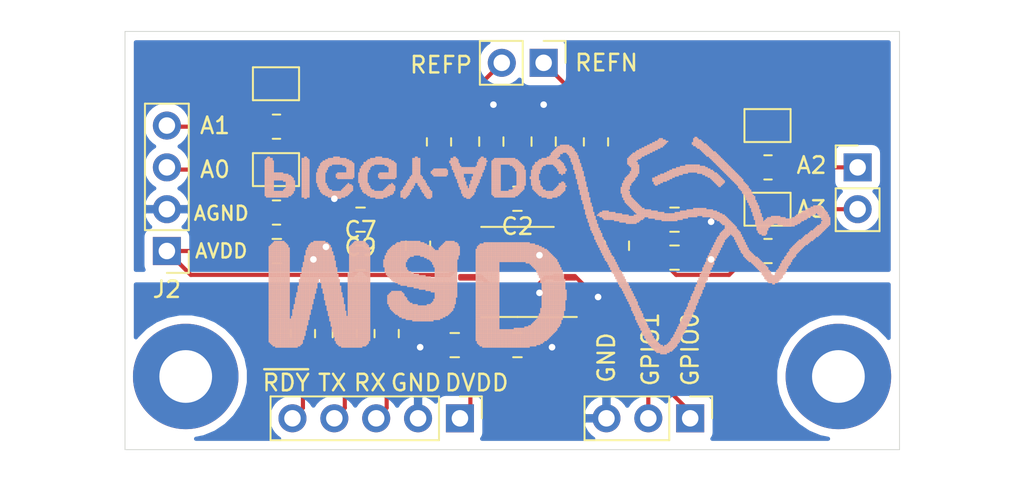
<source format=kicad_pcb>
(kicad_pcb (version 20171130) (host pcbnew "(5.1.9)-1")
  (layers (0 F.Cu signal) (31 B.Cu signal) (34 B.Paste user) (35 F.Paste user) (36 B.SilkS user) (37 F.SilkS user) (38 B.Mask user) (39 F.Mask user) (44 Edge.Cuts user))
  (net 0 "")
  (net 1 VSS)
  (net 2 "Net-(C1-Pad1)")
  (net 3 "Net-(C2-Pad2)")
  (net 4 +3V3)
  (net 5 GND)
  (net 6 AIN0)
  (net 7 AIN1)
  (net 8 AIN2)
  (net 9 AIN3)
  (net 10 "Net-(J1-Pad3)")
  (net 11 "Net-(J1-Pad4)")
  (net 12 "Net-(J1-Pad5)")
  (net 13 A0)
  (net 14 A1)
  (net 15 A2)
  (net 16 A3)
  (net 17 REFN)
  (net 18 REFP)
  (net 19 "Net-(R3-Pad2)")
  (net 20 "Net-(R4-Pad2)")
  (net 21 "Net-(R5-Pad1)")
  (net 22 GPIO1)
  (net 23 GPIO0)
  (net 24 ~RESET)
  (net 25 VDDA)
  (module DS2_Addon:LOGO (layer B.Cu) (at 115.824 94.488)
    (fp_text reference LOGO hide)
    (fp_text value "" (at 0 0) (layer B.SilkS) (effects (font (size 1.27 1.27)) (justify mirror)))
  )
  (module MountingHole:MountingHole_3.2mm_M3_Pad (layer F.Cu) (at 156.313 91.44)
    (fp_text reference REF** hide)
    (fp_text value MountingHole_3.2mm_M3_Pad)
    (pad 1 thru_hole circle (at 0 0) (size 6.4 6.4) (drill 3.2) (layers *.Cu *.Mask))
  )
  (module MountingHole:MountingHole_3.2mm_M3_Pad (layer F.Cu) (at 116.713 91.44)
    (fp_text reference REF** hide)
    (fp_text value MountingHole_3.2mm_M3_Pad)
    (pad 1 thru_hole circle (at 0 0) (size 6.4 6.4) (drill 3.2) (layers *.Cu *.Mask))
  )
  (module Capacitor_SMD:C_0805_2012Metric (layer F.Cu) (at 138.43 77.1725 90)
    (fp_text reference C1 hide)
    (fp_text value X)
    (pad 2 smd roundrect (at 0.95 0 90) (size 1 1.45) (layers F.Cu F.Paste F.Mask) (net 1 VSS))
    (pad 1 smd roundrect (at -0.95 0 90) (size 1 1.45) (layers F.Cu F.Paste F.Mask) (net 2 "Net-(C1-Pad1)"))
  )
  (module Capacitor_SMD:C_0805_2012Metric (layer F.Cu) (at 136.84 80.645 180)
    (fp_text reference C2 (at 0 -1.68) (layer F.SilkS))
    (fp_text value X)
    (pad 1 smd roundrect (at -0.95 0 180) (size 1 1.45) (layers F.Cu F.Paste F.Mask) (net 2 "Net-(C1-Pad1)"))
    (pad 2 smd roundrect (at 0.95 0 180) (size 1 1.45) (layers F.Cu F.Paste F.Mask) (net 3 "Net-(C2-Pad2)"))
  )
  (module Capacitor_SMD:C_0805_2012Metric (layer F.Cu) (at 135.255 77.1725 270)
    (fp_text reference C3 hide)
    (fp_text value X)
    (pad 1 smd roundrect (at -0.95 0 270) (size 1 1.45) (layers F.Cu F.Paste F.Mask) (net 1 VSS))
    (pad 2 smd roundrect (at 0.95 0 270) (size 1 1.45) (layers F.Cu F.Paste F.Mask) (net 3 "Net-(C2-Pad2)"))
  )
  (module Capacitor_SMD:C_0805_2012Metric (layer F.Cu) (at 122.24 83.82)
    (fp_text reference C4 hide)
    (fp_text value 0.1uF)
    (pad 2 smd roundrect (at 0.95 0) (size 1 1.45) (layers F.Cu F.Paste F.Mask) (net 1 VSS))
    (pad 1 smd roundrect (at -0.95 0) (size 1 1.45) (layers F.Cu F.Paste F.Mask) (net 25 VDDA))
  )
  (module Capacitor_SMD:C_0805_2012Metric (layer F.Cu) (at 133.035 89.535 180)
    (fp_text reference C5 hide)
    (fp_text value 0.1uF)
    (pad 2 smd roundrect (at 0.95 0 180) (size 1 1.45) (layers F.Cu F.Paste F.Mask) (net 5 GND))
    (pad 1 smd roundrect (at -0.95 0 180) (size 1 1.45) (layers F.Cu F.Paste F.Mask) (net 4 +3V3))
  )
  (module Capacitor_SMD:C_0805_2012Metric (layer F.Cu) (at 136.84 89.535)
    (fp_text reference C6 hide)
    (fp_text value 0.1uF)
    (pad 1 smd roundrect (at -0.95 0) (size 1 1.45) (layers F.Cu F.Paste F.Mask) (net 4 +3V3))
    (pad 2 smd roundrect (at 0.95 0) (size 1 1.45) (layers F.Cu F.Paste F.Mask) (net 5 GND))
  )
  (module Capacitor_SMD:C_0805_2012Metric (layer F.Cu) (at 127.32 84.22)
    (fp_text reference C7 (at 0 -1.68) (layer F.SilkS))
    (fp_text value X)
    (pad 1 smd roundrect (at -0.95 0) (size 1 1.45) (layers F.Cu F.Paste F.Mask) (net 1 VSS))
    (pad 2 smd roundrect (at 0.95 0) (size 1 1.45) (layers F.Cu F.Paste F.Mask) (net 6 AIN0))
  )
  (module Capacitor_SMD:C_0805_2012Metric (layer F.Cu) (at 130.81 83.5 90)
    (fp_text reference C8 hide)
    (fp_text value X)
    (pad 1 smd roundrect (at -0.95 0 90) (size 1 1.45) (layers F.Cu F.Paste F.Mask) (net 6 AIN0))
    (pad 2 smd roundrect (at 0.95 0 90) (size 1 1.45) (layers F.Cu F.Paste F.Mask) (net 7 AIN1))
  )
  (module Capacitor_SMD:C_0805_2012Metric (layer F.Cu) (at 127.32 81.915 180)
    (fp_text reference C9 (at 0 -1.68) (layer F.SilkS))
    (fp_text value X)
    (pad 2 smd roundrect (at 0.95 0 180) (size 1 1.45) (layers F.Cu F.Paste F.Mask) (net 1 VSS))
    (pad 1 smd roundrect (at -0.95 0 180) (size 1 1.45) (layers F.Cu F.Paste F.Mask) (net 7 AIN1))
  )
  (module Capacitor_SMD:C_0805_2012Metric (layer F.Cu) (at 146.37 81.915 180)
    (fp_text reference C10 hide)
    (fp_text value X)
    (pad 2 smd roundrect (at 0.95 0 180) (size 1 1.45) (layers F.Cu F.Paste F.Mask) (net 8 AIN2))
    (pad 1 smd roundrect (at -0.95 0 180) (size 1 1.45) (layers F.Cu F.Paste F.Mask) (net 1 VSS))
  )
  (module Capacitor_SMD:C_0805_2012Metric (layer F.Cu) (at 142.875 83.5 270)
    (fp_text reference C11 hide)
    (fp_text value X)
    (pad 2 smd roundrect (at 0.95 0 270) (size 1 1.45) (layers F.Cu F.Paste F.Mask) (net 9 AIN3))
    (pad 1 smd roundrect (at -0.95 0 270) (size 1 1.45) (layers F.Cu F.Paste F.Mask) (net 8 AIN2))
  )
  (module Capacitor_SMD:C_0805_2012Metric (layer F.Cu) (at 146.37 84.22)
    (fp_text reference C12 hide)
    (fp_text value X)
    (pad 1 smd roundrect (at -0.95 0) (size 1 1.45) (layers F.Cu F.Paste F.Mask) (net 9 AIN3))
    (pad 2 smd roundrect (at 0.95 0) (size 1 1.45) (layers F.Cu F.Paste F.Mask) (net 1 VSS))
  )
  (module Connector_PinHeader_2.54mm:PinHeader_1x05_P2.54mm_Vertical (layer F.Cu) (at 133.35 93.98 270)
    (fp_text reference J1 hide)
    (fp_text value MCU)
    (pad 1 thru_hole rect (at 0 0 270) (size 1.7 1.7) (drill 1) (layers *.Cu *.Mask) (net 4 +3V3))
    (pad 2 thru_hole oval (at 0 2.54 270) (size 1.7 1.7) (drill 1) (layers *.Cu *.Mask) (net 5 GND))
    (pad 3 thru_hole oval (at 0 5.08 270) (size 1.7 1.7) (drill 1) (layers *.Cu *.Mask) (net 10 "Net-(J1-Pad3)"))
    (pad 4 thru_hole oval (at 0 7.62 270) (size 1.7 1.7) (drill 1) (layers *.Cu *.Mask) (net 11 "Net-(J1-Pad4)"))
    (pad 5 thru_hole oval (at 0 10.16 270) (size 1.7 1.7) (drill 1) (layers *.Cu *.Mask) (net 12 "Net-(J1-Pad5)"))
  )
  (module Jumper:SolderJumper-2_P1.3mm_Open_Pad1.0x1.5mm (layer F.Cu) (at 122.19 78.875 180)
    (fp_text reference JP1 hide)
    (fp_text value A0_bypass)
    (pad 2 smd rect (at 0.65 0 180) (size 1 1.5) (layers F.Cu F.Mask) (net 13 A0))
    (pad 1 smd rect (at -0.65 0 180) (size 1 1.5) (layers F.Cu F.Mask) (net 6 AIN0))
  )
  (module Jumper:SolderJumper-2_P1.3mm_Open_Pad1.0x1.5mm (layer F.Cu) (at 122.19 73.66 180)
    (fp_text reference JP2 hide)
    (fp_text value A1_bypass)
    (pad 1 smd rect (at -0.65 0 180) (size 1 1.5) (layers F.Cu F.Mask) (net 7 AIN1))
    (pad 2 smd rect (at 0.65 0 180) (size 1 1.5) (layers F.Cu F.Mask) (net 14 A1))
  )
  (module Jumper:SolderJumper-2_P1.3mm_Open_Pad1.0x1.5mm (layer F.Cu) (at 152.0125 76.2)
    (fp_text reference JP3 hide)
    (fp_text value A2_bypass)
    (pad 1 smd rect (at -0.65 0) (size 1 1.5) (layers F.Cu F.Mask) (net 8 AIN2))
    (pad 2 smd rect (at 0.65 0) (size 1 1.5) (layers F.Cu F.Mask) (net 15 A2))
  )
  (module Jumper:SolderJumper-2_P1.3mm_Open_Pad1.0x1.5mm (layer F.Cu) (at 152.0125 81.28)
    (fp_text reference JP4 hide)
    (fp_text value A3_bypass)
    (pad 2 smd rect (at 0.65 0) (size 1 1.5) (layers F.Cu F.Mask) (net 16 A3))
    (pad 1 smd rect (at -0.65 0) (size 1 1.5) (layers F.Cu F.Mask) (net 9 AIN3))
  )
  (module Resistor_SMD:R_0805_2012Metric (layer F.Cu) (at 141.605 77.1925 90)
    (fp_text reference R1 hide)
    (fp_text value X)
    (pad 2 smd roundrect (at 0.9125 0 90) (size 1.025 1.4) (layers F.Cu F.Paste F.Mask) (roundrect_rratio 0.2439014634146341) (net 17 REFN))
    (pad 1 smd roundrect (at -0.9125 0 90) (size 1.025 1.4) (layers F.Cu F.Paste F.Mask) (roundrect_rratio 0.2439014634146341) (net 2 "Net-(C1-Pad1)"))
  )
  (module Resistor_SMD:R_0805_2012Metric (layer F.Cu) (at 132.08 77.1925 270)
    (fp_text reference R2 hide)
    (fp_text value X)
    (pad 1 smd roundrect (at -0.9125 0 270) (size 1.025 1.4) (layers F.Cu F.Paste F.Mask) (roundrect_rratio 0.2439014634146341) (net 18 REFP))
    (pad 2 smd roundrect (at 0.9125 0 270) (size 1.025 1.4) (layers F.Cu F.Paste F.Mask) (roundrect_rratio 0.2439014634146341) (net 3 "Net-(C2-Pad2)"))
  )
  (module Resistor_SMD:R_0805_2012Metric (layer F.Cu) (at 128.905 88.835 90)
    (fp_text reference R3 hide)
    (fp_text value 47R)
    (pad 1 smd roundrect (at -0.9125 0 90) (size 1.025 1.4) (layers F.Cu F.Paste F.Mask) (roundrect_rratio 0.2439014634146341) (net 10 "Net-(J1-Pad3)"))
    (pad 2 smd roundrect (at 0.9125 0 90) (size 1.025 1.4) (layers F.Cu F.Paste F.Mask) (roundrect_rratio 0.2439014634146341) (net 19 "Net-(R3-Pad2)"))
  )
  (module Resistor_SMD:R_0805_2012Metric (layer F.Cu) (at 126.365 88.835 90)
    (fp_text reference R4 hide)
    (fp_text value 47R)
    (pad 2 smd roundrect (at 0.9125 0 90) (size 1.025 1.4) (layers F.Cu F.Paste F.Mask) (roundrect_rratio 0.2439014634146341) (net 20 "Net-(R4-Pad2)"))
    (pad 1 smd roundrect (at -0.9125 0 90) (size 1.025 1.4) (layers F.Cu F.Paste F.Mask) (roundrect_rratio 0.2439014634146341) (net 11 "Net-(J1-Pad4)"))
  )
  (module Resistor_SMD:R_0805_2012Metric (layer F.Cu) (at 123.825 88.835 270)
    (fp_text reference R5 hide)
    (fp_text value 47R)
    (pad 1 smd roundrect (at -0.9125 0 270) (size 1.025 1.4) (layers F.Cu F.Paste F.Mask) (roundrect_rratio 0.2439014634146341) (net 21 "Net-(R5-Pad1)"))
    (pad 2 smd roundrect (at 0.9125 0 270) (size 1.025 1.4) (layers F.Cu F.Paste F.Mask) (roundrect_rratio 0.2439014634146341) (net 12 "Net-(J1-Pad5)"))
  )
  (module Resistor_SMD:R_0805_2012Metric (layer F.Cu) (at 122.22 81.4825 180)
    (fp_text reference R6 hide)
    (fp_text value X)
    (pad 2 smd roundrect (at 0.9125 0 180) (size 1.025 1.4) (layers F.Cu F.Paste F.Mask) (roundrect_rratio 0.2439014634146341) (net 13 A0))
    (pad 1 smd roundrect (at -0.9125 0 180) (size 1.025 1.4) (layers F.Cu F.Paste F.Mask) (roundrect_rratio 0.2439014634146341) (net 6 AIN0))
  )
  (module Resistor_SMD:R_0805_2012Metric (layer F.Cu) (at 122.22 76.2675)
    (fp_text reference R7 hide)
    (fp_text value X)
    (pad 1 smd roundrect (at -0.9125 0) (size 1.025 1.4) (layers F.Cu F.Paste F.Mask) (roundrect_rratio 0.2439014634146341) (net 14 A1))
    (pad 2 smd roundrect (at 0.9125 0) (size 1.025 1.4) (layers F.Cu F.Paste F.Mask) (roundrect_rratio 0.2439014634146341) (net 7 AIN1))
  )
  (module Resistor_SMD:R_0805_2012Metric (layer F.Cu) (at 152.0425 78.74)
    (fp_text reference R8 hide)
    (fp_text value X)
    (pad 1 smd roundrect (at -0.9125 0) (size 1.025 1.4) (layers F.Cu F.Paste F.Mask) (roundrect_rratio 0.2439014634146341) (net 8 AIN2))
    (pad 2 smd roundrect (at 0.9125 0) (size 1.025 1.4) (layers F.Cu F.Paste F.Mask) (roundrect_rratio 0.2439014634146341) (net 15 A2))
  )
  (module Resistor_SMD:R_0805_2012Metric (layer F.Cu) (at 152.0425 83.82 180)
    (fp_text reference R9 hide)
    (fp_text value X)
    (pad 2 smd roundrect (at 0.9125 0 180) (size 1.025 1.4) (layers F.Cu F.Paste F.Mask) (roundrect_rratio 0.2439014634146341) (net 9 AIN3))
    (pad 1 smd roundrect (at -0.9125 0 180) (size 1.025 1.4) (layers F.Cu F.Paste F.Mask) (roundrect_rratio 0.2439014634146341) (net 16 A3))
  )
  (module Package_SO:TSSOP-16_4.4x5mm_P0.65mm (layer F.Cu) (at 136.8425 85.09 180)
    (fp_text reference U1 hide)
    (fp_text value ADS122U04)
    (pad 1 smd roundrect (at -2.8625 -2.275 180) (size 1.475 0.4) (layers F.Cu F.Paste F.Mask) (net 22 GPIO1))
    (pad 2 smd roundrect (at -2.8625 -1.625 180) (size 1.475 0.4) (layers F.Cu F.Paste F.Mask) (net 23 GPIO0))
    (pad 3 smd roundrect (at -2.8625 -0.975 180) (size 1.475 0.4) (layers F.Cu F.Paste F.Mask) (net 24 ~RESET))
    (pad 4 smd roundrect (at -2.8625 -0.325 180) (size 1.475 0.4) (layers F.Cu F.Paste F.Mask) (net 5 GND))
    (pad 5 smd roundrect (at -2.8625 0.325 180) (size 1.475 0.4) (layers F.Cu F.Paste F.Mask) (net 1 VSS))
    (pad 6 smd roundrect (at -2.8625 0.975 180) (size 1.475 0.4) (layers F.Cu F.Paste F.Mask) (net 9 AIN3))
    (pad 7 smd roundrect (at -2.8625 1.625 180) (size 1.475 0.4) (layers F.Cu F.Paste F.Mask) (net 8 AIN2))
    (pad 8 smd roundrect (at -2.8625 2.275 180) (size 1.475 0.4) (layers F.Cu F.Paste F.Mask) (net 2 "Net-(C1-Pad1)"))
    (pad 9 smd roundrect (at 2.8625 2.275 180) (size 1.475 0.4) (layers F.Cu F.Paste F.Mask) (net 3 "Net-(C2-Pad2)"))
    (pad 10 smd roundrect (at 2.8625 1.625 180) (size 1.475 0.4) (layers F.Cu F.Paste F.Mask) (net 7 AIN1))
    (pad 11 smd roundrect (at 2.8625 0.975 180) (size 1.475 0.4) (layers F.Cu F.Paste F.Mask) (net 6 AIN0))
    (pad 12 smd roundrect (at 2.8625 0.325 180) (size 1.475 0.4) (layers F.Cu F.Paste F.Mask) (net 25 VDDA))
    (pad 13 smd roundrect (at 2.8625 -0.325 180) (size 1.475 0.4) (layers F.Cu F.Paste F.Mask) (net 4 +3V3))
    (pad 14 smd roundrect (at 2.8625 -0.975 180) (size 1.475 0.4) (layers F.Cu F.Paste F.Mask) (net 21 "Net-(R5-Pad1)"))
    (pad 15 smd roundrect (at 2.8625 -1.625 180) (size 1.475 0.4) (layers F.Cu F.Paste F.Mask) (net 20 "Net-(R4-Pad2)"))
    (pad 16 smd roundrect (at 2.8625 -2.275 180) (size 1.475 0.4) (layers F.Cu F.Paste F.Mask) (net 19 "Net-(R3-Pad2)"))
  )
  (module Connector_PinHeader_2.54mm:PinHeader_1x03_P2.54mm_Vertical (layer F.Cu) (at 147.32 93.98 270)
    (fp_text reference J3 hide)
    (fp_text value Conn_01x03)
    (pad 1 thru_hole rect (at 0 0 270) (size 1.7 1.7) (drill 1) (layers *.Cu *.Mask) (net 23 GPIO0))
    (pad 2 thru_hole oval (at 0 2.54 270) (size 1.7 1.7) (drill 1) (layers *.Cu *.Mask) (net 22 GPIO1))
    (pad 3 thru_hole oval (at 0 5.08 270) (size 1.7 1.7) (drill 1) (layers *.Cu *.Mask) (net 5 GND))
  )
  (module Connector_PinHeader_2.54mm:PinHeader_1x04_P2.54mm_Vertical (layer F.Cu) (at 115.57 83.82 180)
    (fp_text reference J2 (at 0 -2.33) (layer F.SilkS))
    (fp_text value Analog1)
    (pad 1 thru_hole rect (at 0 0 180) (size 1.7 1.7) (drill 1) (layers *.Cu *.Mask) (net 25 VDDA))
    (pad 2 thru_hole oval (at 0 2.54 180) (size 1.7 1.7) (drill 1) (layers *.Cu *.Mask) (net 1 VSS))
    (pad 3 thru_hole oval (at 0 5.08 180) (size 1.7 1.7) (drill 1) (layers *.Cu *.Mask) (net 13 A0))
    (pad 4 thru_hole oval (at 0 7.62 180) (size 1.7 1.7) (drill 1) (layers *.Cu *.Mask) (net 14 A1))
  )
  (module Connector_PinHeader_2.54mm:PinHeader_1x02_P2.54mm_Vertical (layer F.Cu) (at 157.48 78.74)
    (fp_text reference J5 hide)
    (fp_text value Analog2)
    (pad 1 thru_hole rect (at 0 0) (size 1.7 1.7) (drill 1) (layers *.Cu *.Mask) (net 15 A2))
    (pad 2 thru_hole oval (at 0 2.54) (size 1.7 1.7) (drill 1) (layers *.Cu *.Mask) (net 16 A3))
  )
  (module Connector_PinHeader_2.54mm:PinHeader_1x02_P2.54mm_Vertical (layer F.Cu) (at 138.43 72.39 270)
    (fp_text reference J4 hide)
    (fp_text value Reference)
    (pad 1 thru_hole rect (at 0 0 270) (size 1.7 1.7) (drill 1) (layers *.Cu *.Mask) (net 17 REFN))
    (pad 2 thru_hole oval (at 0 2.54 270) (size 1.7 1.7) (drill 1) (layers *.Cu *.Mask) (net 18 REFP))
  )
  (gr_text AVDD (at 118.872 83.82) (layer F.SilkS) (effects (font (size 0.85 0.85))))
  (gr_text AGND (at 118.872 81.534) (layer F.SilkS) (effects (font (size 0.85 0.85))))
  (gr_text A0 (at 118.491 78.867) (layer F.SilkS) (effects (font (size 1 1))))
  (gr_text A1 (at 118.491 76.2) (layer F.SilkS) (effects (font (size 1 1))))
  (gr_text REFN (at 142.24 72.39) (layer F.SilkS) (effects (font (size 1 1))))
  (gr_text REFP (at 132.207 72.517) (layer F.SilkS) (effects (font (size 1 1))))
  (gr_text A3 (at 154.686 81.28) (layer F.SilkS) (effects (font (size 1 1))))
  (gr_text A2 (at 154.686 78.613) (layer F.SilkS) (effects (font (size 1 1))))
  (gr_text GPIO0 (at 147.32 89.789 90) (layer F.SilkS) (effects (font (size 1 1))))
  (gr_text GPIO1 (at 144.907 89.789 90) (layer F.SilkS) (effects (font (size 1 1))))
  (gr_text GND (at 142.24 90.297 90) (layer F.SilkS) (effects (font (size 1 1))))
  (gr_text DVDD (at 134.366 91.821) (layer F.SilkS) (effects (font (size 1 1))))
  (gr_text GND (at 130.683 91.821) (layer F.SilkS) (effects (font (size 1 1))))
  (gr_text RX (at 127.889 91.821) (layer F.SilkS) (effects (font (size 1 1))))
  (gr_text TX (at 125.603 91.821) (layer F.SilkS) (effects (font (size 1 1))))
  (gr_text ~RDY (at 122.809 91.821) (layer F.SilkS) (effects (font (size 1 1))))
  (gr_line (start 113.03 95.885) (end 113.03 70.485) (layer Edge.Cuts) (width 0.05))
  (gr_line (start 160.02 95.885) (end 113.03 95.885) (layer Edge.Cuts) (width 0.05))
  (gr_line (start 160.02 70.485) (end 160.02 95.885) (layer Edge.Cuts) (width 0.05))
  (gr_line (start 113.03 70.485) (end 160.02 70.485) (layer Edge.Cuts) (width 0.05))
  (via (at 125.73 80.645) (size 0.8) (drill 0.4) (layers F.Cu B.Cu) (net 1))
  (via (at 125.222 83.566) (size 0.8) (drill 0.4) (layers F.Cu B.Cu) (net 1))
  (via (at 148.59 84.328) (size 0.8) (drill 0.4) (layers F.Cu B.Cu) (net 1))
  (via (at 148.59 82.042) (size 0.8) (drill 0.4) (layers F.Cu B.Cu) (net 1))
  (via (at 138.43 74.93) (size 0.8) (drill 0.4) (layers F.Cu B.Cu) (net 1))
  (via (at 135.382 74.93) (size 0.8) (drill 0.4) (layers F.Cu B.Cu) (net 1))
  (segment (start 135.255 75.057) (end 135.382 74.93) (width 0.25) (layer F.Cu) (net 1))
  (segment (start 135.255 76.2225) (end 135.255 75.057) (width 0.25) (layer F.Cu) (net 1))
  (segment (start 138.43 76.2225) (end 138.43 74.93) (width 0.25) (layer F.Cu) (net 1))
  (segment (start 148.463 81.915) (end 148.59 82.042) (width 0.25) (layer F.Cu) (net 1))
  (segment (start 147.32 81.915) (end 148.463 81.915) (width 0.25) (layer F.Cu) (net 1))
  (segment (start 148.482 84.22) (end 148.59 84.328) (width 0.25) (layer F.Cu) (net 1))
  (segment (start 147.32 84.22) (end 148.482 84.22) (width 0.25) (layer F.Cu) (net 1))
  (via (at 138.176 84.074) (size 0.8) (drill 0.4) (layers F.Cu B.Cu) (net 1))
  (segment (start 138.867 84.765) (end 139.705 84.765) (width 0.25) (layer F.Cu) (net 1))
  (segment (start 138.176 84.074) (end 138.867 84.765) (width 0.25) (layer F.Cu) (net 1))
  (segment (start 125.716 83.566) (end 126.37 84.22) (width 0.25) (layer F.Cu) (net 1))
  (segment (start 125.222 83.566) (end 125.716 83.566) (width 0.25) (layer F.Cu) (net 1))
  (segment (start 125.73 81.275) (end 126.37 81.915) (width 0.25) (layer F.Cu) (net 1))
  (segment (start 125.73 80.645) (end 125.73 81.275) (width 0.25) (layer F.Cu) (net 1))
  (via (at 124.46 84.328) (size 0.8) (drill 0.4) (layers F.Cu B.Cu) (net 1))
  (segment (start 123.952 83.82) (end 124.46 84.328) (width 0.25) (layer F.Cu) (net 1))
  (segment (start 123.19 83.82) (end 123.952 83.82) (width 0.25) (layer F.Cu) (net 1))
  (segment (start 139.705 82.56) (end 137.79 80.645) (width 0.25) (layer F.Cu) (net 2))
  (segment (start 139.705 82.815) (end 139.705 82.56) (width 0.25) (layer F.Cu) (net 2))
  (segment (start 137.79 78.7625) (end 138.43 78.1225) (width 0.25) (layer F.Cu) (net 2))
  (segment (start 137.79 80.645) (end 137.79 78.7625) (width 0.25) (layer F.Cu) (net 2))
  (segment (start 141.5875 78.1225) (end 141.605 78.105) (width 0.25) (layer F.Cu) (net 2))
  (segment (start 138.43 78.1225) (end 141.5875 78.1225) (width 0.25) (layer F.Cu) (net 2))
  (segment (start 133.98 82.555) (end 135.89 80.645) (width 0.25) (layer F.Cu) (net 3))
  (segment (start 133.98 82.815) (end 133.98 82.555) (width 0.25) (layer F.Cu) (net 3))
  (segment (start 135.89 78.7575) (end 135.255 78.1225) (width 0.25) (layer F.Cu) (net 3))
  (segment (start 135.89 80.645) (end 135.89 78.7575) (width 0.25) (layer F.Cu) (net 3))
  (segment (start 132.0975 78.1225) (end 132.08 78.105) (width 0.25) (layer F.Cu) (net 3))
  (segment (start 135.255 78.1225) (end 132.0975 78.1225) (width 0.25) (layer F.Cu) (net 3))
  (segment (start 135.89 86.636442) (end 135.89 89.535) (width 0.25) (layer F.Cu) (net 4))
  (segment (start 134.668558 85.415) (end 135.89 86.636442) (width 0.25) (layer F.Cu) (net 4))
  (segment (start 133.98 85.415) (end 134.668558 85.415) (width 0.25) (layer F.Cu) (net 4))
  (segment (start 133.985 93.345) (end 133.35 93.98) (width 0.25) (layer F.Cu) (net 4))
  (segment (start 133.985 89.535) (end 133.985 93.345) (width 0.25) (layer F.Cu) (net 4))
  (segment (start 135.89 89.535) (end 133.985 89.535) (width 0.25) (layer F.Cu) (net 4))
  (via (at 138.176 86.36) (size 0.8) (drill 0.4) (layers F.Cu B.Cu) (net 5))
  (via (at 141.732 86.614) (size 0.8) (drill 0.4) (layers F.Cu B.Cu) (net 5))
  (via (at 138.938 89.662) (size 0.8) (drill 0.4) (layers F.Cu B.Cu) (net 5))
  (segment (start 141.592558 86.614) (end 141.732 86.614) (width 0.25) (layer F.Cu) (net 5))
  (segment (start 140.393558 85.415) (end 141.592558 86.614) (width 0.25) (layer F.Cu) (net 5))
  (segment (start 139.705 85.415) (end 140.393558 85.415) (width 0.25) (layer F.Cu) (net 5))
  (segment (start 138.555315 85.415) (end 139.705 85.415) (width 0.25) (layer F.Cu) (net 5))
  (segment (start 138.176 85.794315) (end 138.555315 85.415) (width 0.25) (layer F.Cu) (net 5))
  (segment (start 138.176 86.36) (end 138.176 85.794315) (width 0.25) (layer F.Cu) (net 5))
  (segment (start 138.811 89.535) (end 138.938 89.662) (width 0.25) (layer F.Cu) (net 5))
  (segment (start 137.79 89.535) (end 138.811 89.535) (width 0.25) (layer F.Cu) (net 5))
  (via (at 130.937 89.662) (size 0.8) (drill 0.4) (layers F.Cu B.Cu) (net 5))
  (segment (start 131.958 89.662) (end 132.085 89.535) (width 0.25) (layer F.Cu) (net 5))
  (segment (start 130.937 89.662) (end 131.958 89.662) (width 0.25) (layer F.Cu) (net 5))
  (segment (start 131.145 84.115) (end 130.81 84.45) (width 0.25) (layer F.Cu) (net 6))
  (segment (start 133.98 84.115) (end 131.145 84.115) (width 0.25) (layer F.Cu) (net 6))
  (segment (start 128.5 84.45) (end 128.27 84.22) (width 0.25) (layer F.Cu) (net 6))
  (segment (start 130.81 84.45) (end 128.5 84.45) (width 0.25) (layer F.Cu) (net 6))
  (segment (start 123.1325 79.1675) (end 122.84 78.875) (width 0.25) (layer F.Cu) (net 6))
  (segment (start 123.1325 81.4825) (end 123.1325 79.1675) (width 0.25) (layer F.Cu) (net 6))
  (segment (start 124.211502 81.4825) (end 123.1325 81.4825) (width 0.25) (layer F.Cu) (net 6))
  (segment (start 125.694012 82.96501) (end 124.211502 81.4825) (width 0.25) (layer F.Cu) (net 6))
  (segment (start 127.01501 82.96501) (end 125.694012 82.96501) (width 0.25) (layer F.Cu) (net 6))
  (segment (start 128.27 84.22) (end 127.01501 82.96501) (width 0.25) (layer F.Cu) (net 6))
  (segment (start 131.725 83.465) (end 130.81 82.55) (width 0.25) (layer F.Cu) (net 7))
  (segment (start 133.98 83.465) (end 131.725 83.465) (width 0.25) (layer F.Cu) (net 7))
  (segment (start 128.905 82.55) (end 128.27 81.915) (width 0.25) (layer F.Cu) (net 7))
  (segment (start 130.81 82.55) (end 128.905 82.55) (width 0.25) (layer F.Cu) (net 7))
  (segment (start 123.1325 73.9525) (end 122.84 73.66) (width 0.25) (layer F.Cu) (net 7))
  (segment (start 123.1325 76.2675) (end 123.1325 73.9525) (width 0.25) (layer F.Cu) (net 7))
  (segment (start 123.1325 76.7775) (end 123.1325 76.2675) (width 0.25) (layer F.Cu) (net 7))
  (segment (start 128.27 81.915) (end 123.1325 76.7775) (width 0.25) (layer F.Cu) (net 7))
  (segment (start 141.96 83.465) (end 142.875 82.55) (width 0.25) (layer F.Cu) (net 8))
  (segment (start 139.705 83.465) (end 141.96 83.465) (width 0.25) (layer F.Cu) (net 8))
  (segment (start 144.785 82.55) (end 145.42 81.915) (width 0.25) (layer F.Cu) (net 8))
  (segment (start 142.875 82.55) (end 144.785 82.55) (width 0.25) (layer F.Cu) (net 8))
  (segment (start 148.595 78.74) (end 151.13 78.74) (width 0.25) (layer F.Cu) (net 8))
  (segment (start 145.42 81.915) (end 148.595 78.74) (width 0.25) (layer F.Cu) (net 8))
  (segment (start 151.13 76.4325) (end 151.3625 76.2) (width 0.25) (layer F.Cu) (net 8))
  (segment (start 151.13 78.74) (end 151.13 76.4325) (width 0.25) (layer F.Cu) (net 8))
  (segment (start 142.54 84.115) (end 142.875 84.45) (width 0.25) (layer F.Cu) (net 9))
  (segment (start 139.705 84.115) (end 142.54 84.115) (width 0.25) (layer F.Cu) (net 9))
  (segment (start 145.19 84.45) (end 145.42 84.22) (width 0.25) (layer F.Cu) (net 9))
  (segment (start 142.875 84.45) (end 145.19 84.45) (width 0.25) (layer F.Cu) (net 9))
  (segment (start 146.47001 85.27001) (end 149.67999 85.27001) (width 0.25) (layer F.Cu) (net 9))
  (segment (start 149.67999 85.27001) (end 151.13 83.82) (width 0.25) (layer F.Cu) (net 9))
  (segment (start 145.42 84.22) (end 146.47001 85.27001) (width 0.25) (layer F.Cu) (net 9))
  (segment (start 151.13 81.5125) (end 151.3625 81.28) (width 0.25) (layer F.Cu) (net 9))
  (segment (start 151.13 83.82) (end 151.13 81.5125) (width 0.25) (layer F.Cu) (net 9))
  (segment (start 128.905 93.345) (end 128.27 93.98) (width 0.25) (layer F.Cu) (net 10))
  (segment (start 128.905 89.7475) (end 128.905 93.345) (width 0.25) (layer F.Cu) (net 10))
  (segment (start 126.365 93.345) (end 125.73 93.98) (width 0.25) (layer F.Cu) (net 11))
  (segment (start 126.365 89.7475) (end 126.365 93.345) (width 0.25) (layer F.Cu) (net 11))
  (segment (start 123.825 93.345) (end 123.19 93.98) (width 0.25) (layer F.Cu) (net 12))
  (segment (start 123.825 89.7475) (end 123.825 93.345) (width 0.25) (layer F.Cu) (net 12))
  (segment (start 121.3075 79.1075) (end 121.54 78.875) (width 0.25) (layer F.Cu) (net 13))
  (segment (start 121.3075 81.4825) (end 121.3075 79.1075) (width 0.25) (layer F.Cu) (net 13))
  (segment (start 115.705 78.875) (end 115.57 78.74) (width 0.25) (layer F.Cu) (net 13))
  (segment (start 120.27 78.875) (end 115.705 78.875) (width 0.25) (layer F.Cu) (net 13))
  (segment (start 120.27 78.875) (end 121.54 78.875) (width 0.25) (layer F.Cu) (net 13))
  (segment (start 115.6375 76.2675) (end 115.57 76.2) (width 0.25) (layer F.Cu) (net 14))
  (segment (start 120.0375 76.2675) (end 115.6375 76.2675) (width 0.25) (layer F.Cu) (net 14))
  (segment (start 121.3075 73.8925) (end 121.54 73.66) (width 0.25) (layer F.Cu) (net 14))
  (segment (start 121.3075 76.2675) (end 121.3075 73.8925) (width 0.25) (layer F.Cu) (net 14))
  (segment (start 120.0375 76.2675) (end 121.3075 76.2675) (width 0.25) (layer F.Cu) (net 14))
  (segment (start 152.955 76.4925) (end 152.6625 76.2) (width 0.25) (layer F.Cu) (net 15))
  (segment (start 152.955 78.74) (end 152.955 76.4925) (width 0.25) (layer F.Cu) (net 15))
  (segment (start 152.955 78.74) (end 157.48 78.74) (width 0.25) (layer F.Cu) (net 15))
  (segment (start 152.6625 83.5275) (end 152.955 83.82) (width 0.25) (layer F.Cu) (net 16))
  (segment (start 152.6625 81.28) (end 152.6625 83.5275) (width 0.25) (layer F.Cu) (net 16))
  (segment (start 152.6625 81.28) (end 157.48 81.28) (width 0.25) (layer F.Cu) (net 16))
  (segment (start 141.605 75.565) (end 138.43 72.39) (width 0.25) (layer F.Cu) (net 17))
  (segment (start 141.605 76.28) (end 141.605 75.565) (width 0.25) (layer F.Cu) (net 17))
  (segment (start 132.08 76.2) (end 135.89 72.39) (width 0.25) (layer F.Cu) (net 18))
  (segment (start 132.08 76.28) (end 132.08 76.2) (width 0.25) (layer F.Cu) (net 18))
  (segment (start 133.4225 87.9225) (end 133.98 87.365) (width 0.25) (layer F.Cu) (net 19))
  (segment (start 128.905 87.9225) (end 133.4225 87.9225) (width 0.25) (layer F.Cu) (net 19))
  (segment (start 127.5725 86.715) (end 126.365 87.9225) (width 0.25) (layer F.Cu) (net 20))
  (segment (start 133.98 86.715) (end 127.5725 86.715) (width 0.25) (layer F.Cu) (net 20))
  (segment (start 125.6825 86.065) (end 123.825 87.9225) (width 0.25) (layer F.Cu) (net 21))
  (segment (start 133.98 86.065) (end 125.6825 86.065) (width 0.25) (layer F.Cu) (net 21))
  (segment (start 144.78 92.44) (end 139.705 87.365) (width 0.25) (layer F.Cu) (net 22))
  (segment (start 144.78 93.98) (end 144.78 92.44) (width 0.25) (layer F.Cu) (net 22))
  (segment (start 140.4425 86.715) (end 147.32 93.5925) (width 0.25) (layer F.Cu) (net 23))
  (segment (start 147.32 93.5925) (end 147.32 93.98) (width 0.25) (layer F.Cu) (net 23))
  (segment (start 139.705 86.715) (end 140.4425 86.715) (width 0.25) (layer F.Cu) (net 23))
  (segment (start 120.02 83.82) (end 115.57 83.82) (width 0.25) (layer F.Cu) (net 25))
  (segment (start 120.02 83.82) (end 121.29 83.82) (width 0.25) (layer F.Cu) (net 25))
  (segment (start 132.73249 85.27501) (end 133.2425 84.765) (width 0.25) (layer F.Cu) (net 25))
  (segment (start 127.78682 85.27501) (end 132.73249 85.27501) (width 0.25) (layer F.Cu) (net 25))
  (segment (start 133.2425 84.765) (end 133.98 84.765) (width 0.25) (layer F.Cu) (net 25))
  (segment (start 127.44499 84.93318) (end 127.78682 85.27501) (width 0.25) (layer F.Cu) (net 25))
  (segment (start 127.19501 84.93318) (end 127.44499 84.93318) (width 0.25) (layer F.Cu) (net 25))
  (segment (start 117.02001 85.27001) (end 126.85818 85.27001) (width 0.25) (layer F.Cu) (net 25))
  (segment (start 126.85818 85.27001) (end 127.19501 84.93318) (width 0.25) (layer F.Cu) (net 25))
  (segment (start 115.57 83.82) (end 117.02001 85.27001) (width 0.25) (layer F.Cu) (net 25))
  (zone (net 5) (net_name GND) (layer B.Cu) (connect_pads (clearance 0.508)) (min_thickness 0.254) (fill yes (arc_segments 32) (thermal_gap 0.508) (thermal_bridge_width 0.508))
    (polygon (pts (xy 160.02 95.885) (xy 113.03 95.885) (xy 113.03 85.725) (xy 160.02 85.725)))
  )
  (zone (net 1) (net_name VSS) (layer B.Cu) (connect_pads (clearance 0.508)) (min_thickness 0.254) (fill yes (arc_segments 32) (thermal_gap 0.508) (thermal_bridge_width 0.508))
    (polygon (pts (xy 160.02 85.09) (xy 113.03 85.09) (xy 113.03 70.485) (xy 160.02 70.485)))
  )
)
</source>
